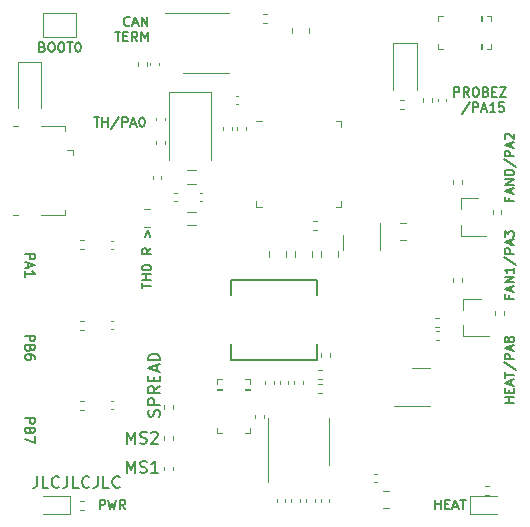
<source format=gbr>
%TF.GenerationSoftware,KiCad,Pcbnew,(6.0.2)*%
%TF.CreationDate,2022-03-22T21:07:05-04:00*%
%TF.ProjectId,turbocan,74757262-6f63-4616-9e2e-6b696361645f,rev?*%
%TF.SameCoordinates,Original*%
%TF.FileFunction,Legend,Top*%
%TF.FilePolarity,Positive*%
%FSLAX46Y46*%
G04 Gerber Fmt 4.6, Leading zero omitted, Abs format (unit mm)*
G04 Created by KiCad (PCBNEW (6.0.2)) date 2022-03-22 21:07:05*
%MOMM*%
%LPD*%
G01*
G04 APERTURE LIST*
%ADD10C,0.150000*%
%ADD11C,0.120000*%
%ADD12C,0.100000*%
%ADD13C,0.200000*%
G04 APERTURE END LIST*
D10*
X20669523Y-23056904D02*
X21126666Y-23056904D01*
X20898095Y-23856904D02*
X20898095Y-23056904D01*
X21393333Y-23856904D02*
X21393333Y-23056904D01*
X21393333Y-23437857D02*
X21850476Y-23437857D01*
X21850476Y-23856904D02*
X21850476Y-23056904D01*
X22802857Y-23018809D02*
X22117142Y-24047380D01*
X23069523Y-23856904D02*
X23069523Y-23056904D01*
X23374285Y-23056904D01*
X23450476Y-23095000D01*
X23488571Y-23133095D01*
X23526666Y-23209285D01*
X23526666Y-23323571D01*
X23488571Y-23399761D01*
X23450476Y-23437857D01*
X23374285Y-23475952D01*
X23069523Y-23475952D01*
X23831428Y-23628333D02*
X24212380Y-23628333D01*
X23755238Y-23856904D02*
X24021904Y-23056904D01*
X24288571Y-23856904D01*
X24707619Y-23056904D02*
X24783809Y-23056904D01*
X24860000Y-23095000D01*
X24898095Y-23133095D01*
X24936190Y-23209285D01*
X24974285Y-23361666D01*
X24974285Y-23552142D01*
X24936190Y-23704523D01*
X24898095Y-23780714D01*
X24860000Y-23818809D01*
X24783809Y-23856904D01*
X24707619Y-23856904D01*
X24631428Y-23818809D01*
X24593333Y-23780714D01*
X24555238Y-23704523D01*
X24517142Y-23552142D01*
X24517142Y-23361666D01*
X24555238Y-23209285D01*
X24593333Y-23133095D01*
X24631428Y-23095000D01*
X24707619Y-23056904D01*
X26210752Y-48392316D02*
X26258371Y-48249459D01*
X26258371Y-48011364D01*
X26210752Y-47916126D01*
X26163133Y-47868507D01*
X26067895Y-47820888D01*
X25972657Y-47820888D01*
X25877419Y-47868507D01*
X25829800Y-47916126D01*
X25782181Y-48011364D01*
X25734562Y-48201840D01*
X25686943Y-48297078D01*
X25639324Y-48344697D01*
X25544086Y-48392316D01*
X25448848Y-48392316D01*
X25353610Y-48344697D01*
X25305991Y-48297078D01*
X25258371Y-48201840D01*
X25258371Y-47963745D01*
X25305991Y-47820888D01*
X26258371Y-47392316D02*
X25258371Y-47392316D01*
X25258371Y-47011364D01*
X25305991Y-46916126D01*
X25353610Y-46868507D01*
X25448848Y-46820888D01*
X25591705Y-46820888D01*
X25686943Y-46868507D01*
X25734562Y-46916126D01*
X25782181Y-47011364D01*
X25782181Y-47392316D01*
X26258371Y-45820888D02*
X25782181Y-46154221D01*
X26258371Y-46392316D02*
X25258371Y-46392316D01*
X25258371Y-46011364D01*
X25305991Y-45916126D01*
X25353610Y-45868507D01*
X25448848Y-45820888D01*
X25591705Y-45820888D01*
X25686943Y-45868507D01*
X25734562Y-45916126D01*
X25782181Y-46011364D01*
X25782181Y-46392316D01*
X25734562Y-45392316D02*
X25734562Y-45058983D01*
X26258371Y-44916126D02*
X26258371Y-45392316D01*
X25258371Y-45392316D01*
X25258371Y-44916126D01*
X25972657Y-44535173D02*
X25972657Y-44058983D01*
X26258371Y-44630411D02*
X25258371Y-44297078D01*
X26258371Y-43963745D01*
X26258371Y-43630411D02*
X25258371Y-43630411D01*
X25258371Y-43392316D01*
X25305991Y-43249459D01*
X25401229Y-43154221D01*
X25496467Y-43106602D01*
X25686943Y-43058983D01*
X25829800Y-43058983D01*
X26020276Y-43106602D01*
X26115514Y-43154221D01*
X26210752Y-43249459D01*
X26258371Y-43392316D01*
X26258371Y-43630411D01*
X23479285Y-50670125D02*
X23479285Y-49670125D01*
X23812619Y-50384411D01*
X24145952Y-49670125D01*
X24145952Y-50670125D01*
X24574523Y-50622506D02*
X24717380Y-50670125D01*
X24955476Y-50670125D01*
X25050714Y-50622506D01*
X25098333Y-50574887D01*
X25145952Y-50479649D01*
X25145952Y-50384411D01*
X25098333Y-50289173D01*
X25050714Y-50241554D01*
X24955476Y-50193935D01*
X24765000Y-50146316D01*
X24669761Y-50098697D01*
X24622142Y-50051078D01*
X24574523Y-49955840D01*
X24574523Y-49860602D01*
X24622142Y-49765364D01*
X24669761Y-49717745D01*
X24765000Y-49670125D01*
X25003095Y-49670125D01*
X25145952Y-49717745D01*
X25526904Y-49765364D02*
X25574523Y-49717745D01*
X25669761Y-49670125D01*
X25907857Y-49670125D01*
X26003095Y-49717745D01*
X26050714Y-49765364D01*
X26098333Y-49860602D01*
X26098333Y-49955840D01*
X26050714Y-50098697D01*
X25479285Y-50670125D01*
X26098333Y-50670125D01*
X56241904Y-47230952D02*
X55441904Y-47230952D01*
X55822857Y-47230952D02*
X55822857Y-46773809D01*
X56241904Y-46773809D02*
X55441904Y-46773809D01*
X55822857Y-46392857D02*
X55822857Y-46126190D01*
X56241904Y-46011904D02*
X56241904Y-46392857D01*
X55441904Y-46392857D01*
X55441904Y-46011904D01*
X56013333Y-45707142D02*
X56013333Y-45326190D01*
X56241904Y-45783333D02*
X55441904Y-45516666D01*
X56241904Y-45250000D01*
X55441904Y-45097619D02*
X55441904Y-44640476D01*
X56241904Y-44869047D02*
X55441904Y-44869047D01*
X55403809Y-43802380D02*
X56432380Y-44488095D01*
X56241904Y-43535714D02*
X55441904Y-43535714D01*
X55441904Y-43230952D01*
X55480000Y-43154761D01*
X55518095Y-43116666D01*
X55594285Y-43078571D01*
X55708571Y-43078571D01*
X55784761Y-43116666D01*
X55822857Y-43154761D01*
X55860952Y-43230952D01*
X55860952Y-43535714D01*
X56013333Y-42773809D02*
X56013333Y-42392857D01*
X56241904Y-42850000D02*
X55441904Y-42583333D01*
X56241904Y-42316666D01*
X55784761Y-41935714D02*
X55746666Y-42011904D01*
X55708571Y-42050000D01*
X55632380Y-42088095D01*
X55594285Y-42088095D01*
X55518095Y-42050000D01*
X55480000Y-42011904D01*
X55441904Y-41935714D01*
X55441904Y-41783333D01*
X55480000Y-41707142D01*
X55518095Y-41669047D01*
X55594285Y-41630952D01*
X55632380Y-41630952D01*
X55708571Y-41669047D01*
X55746666Y-41707142D01*
X55784761Y-41783333D01*
X55784761Y-41935714D01*
X55822857Y-42011904D01*
X55860952Y-42050000D01*
X55937142Y-42088095D01*
X56089523Y-42088095D01*
X56165714Y-42050000D01*
X56203809Y-42011904D01*
X56241904Y-41935714D01*
X56241904Y-41783333D01*
X56203809Y-41707142D01*
X56165714Y-41669047D01*
X56089523Y-41630952D01*
X55937142Y-41630952D01*
X55860952Y-41669047D01*
X55822857Y-41707142D01*
X55784761Y-41783333D01*
X14878095Y-34626666D02*
X15678095Y-34626666D01*
X15678095Y-34931428D01*
X15640000Y-35007619D01*
X15601904Y-35045714D01*
X15525714Y-35083809D01*
X15411428Y-35083809D01*
X15335238Y-35045714D01*
X15297142Y-35007619D01*
X15259047Y-34931428D01*
X15259047Y-34626666D01*
X15106666Y-35388571D02*
X15106666Y-35769523D01*
X14878095Y-35312380D02*
X15678095Y-35579047D01*
X14878095Y-35845714D01*
X14878095Y-36531428D02*
X14878095Y-36074285D01*
X14878095Y-36302857D02*
X15678095Y-36302857D01*
X15563809Y-36226666D01*
X15487619Y-36150476D01*
X15449523Y-36074285D01*
X23690476Y-15241714D02*
X23652380Y-15279809D01*
X23538095Y-15317904D01*
X23461904Y-15317904D01*
X23347619Y-15279809D01*
X23271428Y-15203619D01*
X23233333Y-15127428D01*
X23195238Y-14975047D01*
X23195238Y-14860761D01*
X23233333Y-14708380D01*
X23271428Y-14632190D01*
X23347619Y-14556000D01*
X23461904Y-14517904D01*
X23538095Y-14517904D01*
X23652380Y-14556000D01*
X23690476Y-14594095D01*
X23995238Y-15089333D02*
X24376190Y-15089333D01*
X23919047Y-15317904D02*
X24185714Y-14517904D01*
X24452380Y-15317904D01*
X24719047Y-15317904D02*
X24719047Y-14517904D01*
X25176190Y-15317904D01*
X25176190Y-14517904D01*
X22452380Y-15805904D02*
X22909523Y-15805904D01*
X22680952Y-16605904D02*
X22680952Y-15805904D01*
X23176190Y-16186857D02*
X23442857Y-16186857D01*
X23557142Y-16605904D02*
X23176190Y-16605904D01*
X23176190Y-15805904D01*
X23557142Y-15805904D01*
X24357142Y-16605904D02*
X24090476Y-16224952D01*
X23900000Y-16605904D02*
X23900000Y-15805904D01*
X24204761Y-15805904D01*
X24280952Y-15844000D01*
X24319047Y-15882095D01*
X24357142Y-15958285D01*
X24357142Y-16072571D01*
X24319047Y-16148761D01*
X24280952Y-16186857D01*
X24204761Y-16224952D01*
X23900000Y-16224952D01*
X24700000Y-16605904D02*
X24700000Y-15805904D01*
X24966666Y-16377333D01*
X25233333Y-15805904D01*
X25233333Y-16605904D01*
X55822857Y-29876428D02*
X55822857Y-30143095D01*
X56241904Y-30143095D02*
X55441904Y-30143095D01*
X55441904Y-29762142D01*
X56013333Y-29495476D02*
X56013333Y-29114523D01*
X56241904Y-29571666D02*
X55441904Y-29305000D01*
X56241904Y-29038333D01*
X56241904Y-28771666D02*
X55441904Y-28771666D01*
X56241904Y-28314523D01*
X55441904Y-28314523D01*
X55441904Y-27781190D02*
X55441904Y-27705000D01*
X55480000Y-27628809D01*
X55518095Y-27590714D01*
X55594285Y-27552619D01*
X55746666Y-27514523D01*
X55937142Y-27514523D01*
X56089523Y-27552619D01*
X56165714Y-27590714D01*
X56203809Y-27628809D01*
X56241904Y-27705000D01*
X56241904Y-27781190D01*
X56203809Y-27857380D01*
X56165714Y-27895476D01*
X56089523Y-27933571D01*
X55937142Y-27971666D01*
X55746666Y-27971666D01*
X55594285Y-27933571D01*
X55518095Y-27895476D01*
X55480000Y-27857380D01*
X55441904Y-27781190D01*
X55403809Y-26600238D02*
X56432380Y-27285952D01*
X56241904Y-26333571D02*
X55441904Y-26333571D01*
X55441904Y-26028809D01*
X55480000Y-25952619D01*
X55518095Y-25914523D01*
X55594285Y-25876428D01*
X55708571Y-25876428D01*
X55784761Y-25914523D01*
X55822857Y-25952619D01*
X55860952Y-26028809D01*
X55860952Y-26333571D01*
X56013333Y-25571666D02*
X56013333Y-25190714D01*
X56241904Y-25647857D02*
X55441904Y-25381190D01*
X56241904Y-25114523D01*
X55518095Y-24885952D02*
X55480000Y-24847857D01*
X55441904Y-24771666D01*
X55441904Y-24581190D01*
X55480000Y-24505000D01*
X55518095Y-24466904D01*
X55594285Y-24428809D01*
X55670476Y-24428809D01*
X55784761Y-24466904D01*
X56241904Y-24924047D01*
X56241904Y-24428809D01*
X55822857Y-38131428D02*
X55822857Y-38398095D01*
X56241904Y-38398095D02*
X55441904Y-38398095D01*
X55441904Y-38017142D01*
X56013333Y-37750476D02*
X56013333Y-37369523D01*
X56241904Y-37826666D02*
X55441904Y-37560000D01*
X56241904Y-37293333D01*
X56241904Y-37026666D02*
X55441904Y-37026666D01*
X56241904Y-36569523D01*
X55441904Y-36569523D01*
X56241904Y-35769523D02*
X56241904Y-36226666D01*
X56241904Y-35998095D02*
X55441904Y-35998095D01*
X55556190Y-36074285D01*
X55632380Y-36150476D01*
X55670476Y-36226666D01*
X55403809Y-34855238D02*
X56432380Y-35540952D01*
X56241904Y-34588571D02*
X55441904Y-34588571D01*
X55441904Y-34283809D01*
X55480000Y-34207619D01*
X55518095Y-34169523D01*
X55594285Y-34131428D01*
X55708571Y-34131428D01*
X55784761Y-34169523D01*
X55822857Y-34207619D01*
X55860952Y-34283809D01*
X55860952Y-34588571D01*
X56013333Y-33826666D02*
X56013333Y-33445714D01*
X56241904Y-33902857D02*
X55441904Y-33636190D01*
X56241904Y-33369523D01*
X55441904Y-33179047D02*
X55441904Y-32683809D01*
X55746666Y-32950476D01*
X55746666Y-32836190D01*
X55784761Y-32760000D01*
X55822857Y-32721904D01*
X55899047Y-32683809D01*
X56089523Y-32683809D01*
X56165714Y-32721904D01*
X56203809Y-32760000D01*
X56241904Y-32836190D01*
X56241904Y-33064761D01*
X56203809Y-33140952D01*
X56165714Y-33179047D01*
X49561904Y-56241904D02*
X49561904Y-55441904D01*
X49561904Y-55822857D02*
X50019047Y-55822857D01*
X50019047Y-56241904D02*
X50019047Y-55441904D01*
X50400000Y-55822857D02*
X50666666Y-55822857D01*
X50780952Y-56241904D02*
X50400000Y-56241904D01*
X50400000Y-55441904D01*
X50780952Y-55441904D01*
X51085714Y-56013333D02*
X51466666Y-56013333D01*
X51009523Y-56241904D02*
X51276190Y-55441904D01*
X51542857Y-56241904D01*
X51695238Y-55441904D02*
X52152380Y-55441904D01*
X51923809Y-56241904D02*
X51923809Y-55441904D01*
X15861309Y-53427380D02*
X15861309Y-54141666D01*
X15813690Y-54284523D01*
X15718452Y-54379761D01*
X15575595Y-54427380D01*
X15480357Y-54427380D01*
X16813690Y-54427380D02*
X16337500Y-54427380D01*
X16337500Y-53427380D01*
X17718452Y-54332142D02*
X17670833Y-54379761D01*
X17527976Y-54427380D01*
X17432738Y-54427380D01*
X17289880Y-54379761D01*
X17194642Y-54284523D01*
X17147023Y-54189285D01*
X17099404Y-53998809D01*
X17099404Y-53855952D01*
X17147023Y-53665476D01*
X17194642Y-53570238D01*
X17289880Y-53475000D01*
X17432738Y-53427380D01*
X17527976Y-53427380D01*
X17670833Y-53475000D01*
X17718452Y-53522619D01*
X18432738Y-53427380D02*
X18432738Y-54141666D01*
X18385119Y-54284523D01*
X18289880Y-54379761D01*
X18147023Y-54427380D01*
X18051785Y-54427380D01*
X19385119Y-54427380D02*
X18908928Y-54427380D01*
X18908928Y-53427380D01*
X20289880Y-54332142D02*
X20242261Y-54379761D01*
X20099404Y-54427380D01*
X20004166Y-54427380D01*
X19861309Y-54379761D01*
X19766071Y-54284523D01*
X19718452Y-54189285D01*
X19670833Y-53998809D01*
X19670833Y-53855952D01*
X19718452Y-53665476D01*
X19766071Y-53570238D01*
X19861309Y-53475000D01*
X20004166Y-53427380D01*
X20099404Y-53427380D01*
X20242261Y-53475000D01*
X20289880Y-53522619D01*
X21004166Y-53427380D02*
X21004166Y-54141666D01*
X20956547Y-54284523D01*
X20861309Y-54379761D01*
X20718452Y-54427380D01*
X20623214Y-54427380D01*
X21956547Y-54427380D02*
X21480357Y-54427380D01*
X21480357Y-53427380D01*
X22861309Y-54332142D02*
X22813690Y-54379761D01*
X22670833Y-54427380D01*
X22575595Y-54427380D01*
X22432738Y-54379761D01*
X22337500Y-54284523D01*
X22289880Y-54189285D01*
X22242261Y-53998809D01*
X22242261Y-53855952D01*
X22289880Y-53665476D01*
X22337500Y-53570238D01*
X22432738Y-53475000D01*
X22575595Y-53427380D01*
X22670833Y-53427380D01*
X22813690Y-53475000D01*
X22861309Y-53522619D01*
X16313333Y-17087857D02*
X16427619Y-17125952D01*
X16465714Y-17164047D01*
X16503809Y-17240238D01*
X16503809Y-17354523D01*
X16465714Y-17430714D01*
X16427619Y-17468809D01*
X16351428Y-17506904D01*
X16046666Y-17506904D01*
X16046666Y-16706904D01*
X16313333Y-16706904D01*
X16389523Y-16745000D01*
X16427619Y-16783095D01*
X16465714Y-16859285D01*
X16465714Y-16935476D01*
X16427619Y-17011666D01*
X16389523Y-17049761D01*
X16313333Y-17087857D01*
X16046666Y-17087857D01*
X16999047Y-16706904D02*
X17151428Y-16706904D01*
X17227619Y-16745000D01*
X17303809Y-16821190D01*
X17341904Y-16973571D01*
X17341904Y-17240238D01*
X17303809Y-17392619D01*
X17227619Y-17468809D01*
X17151428Y-17506904D01*
X16999047Y-17506904D01*
X16922857Y-17468809D01*
X16846666Y-17392619D01*
X16808571Y-17240238D01*
X16808571Y-16973571D01*
X16846666Y-16821190D01*
X16922857Y-16745000D01*
X16999047Y-16706904D01*
X17837142Y-16706904D02*
X17989523Y-16706904D01*
X18065714Y-16745000D01*
X18141904Y-16821190D01*
X18180000Y-16973571D01*
X18180000Y-17240238D01*
X18141904Y-17392619D01*
X18065714Y-17468809D01*
X17989523Y-17506904D01*
X17837142Y-17506904D01*
X17760952Y-17468809D01*
X17684761Y-17392619D01*
X17646666Y-17240238D01*
X17646666Y-16973571D01*
X17684761Y-16821190D01*
X17760952Y-16745000D01*
X17837142Y-16706904D01*
X18408571Y-16706904D02*
X18865714Y-16706904D01*
X18637142Y-17506904D02*
X18637142Y-16706904D01*
X19284761Y-16706904D02*
X19360952Y-16706904D01*
X19437142Y-16745000D01*
X19475238Y-16783095D01*
X19513333Y-16859285D01*
X19551428Y-17011666D01*
X19551428Y-17202142D01*
X19513333Y-17354523D01*
X19475238Y-17430714D01*
X19437142Y-17468809D01*
X19360952Y-17506904D01*
X19284761Y-17506904D01*
X19208571Y-17468809D01*
X19170476Y-17430714D01*
X19132380Y-17354523D01*
X19094285Y-17202142D01*
X19094285Y-17011666D01*
X19132380Y-16859285D01*
X19170476Y-16783095D01*
X19208571Y-16745000D01*
X19284761Y-16706904D01*
X21158333Y-56241904D02*
X21158333Y-55441904D01*
X21463095Y-55441904D01*
X21539285Y-55480000D01*
X21577380Y-55518095D01*
X21615476Y-55594285D01*
X21615476Y-55708571D01*
X21577380Y-55784761D01*
X21539285Y-55822857D01*
X21463095Y-55860952D01*
X21158333Y-55860952D01*
X21882142Y-55441904D02*
X22072619Y-56241904D01*
X22225000Y-55670476D01*
X22377380Y-56241904D01*
X22567857Y-55441904D01*
X23329761Y-56241904D02*
X23063095Y-55860952D01*
X22872619Y-56241904D02*
X22872619Y-55441904D01*
X23177380Y-55441904D01*
X23253571Y-55480000D01*
X23291666Y-55518095D01*
X23329761Y-55594285D01*
X23329761Y-55708571D01*
X23291666Y-55784761D01*
X23253571Y-55822857D01*
X23177380Y-55860952D01*
X22872619Y-55860952D01*
X14878095Y-41554523D02*
X15678095Y-41554523D01*
X15678095Y-41859285D01*
X15640000Y-41935476D01*
X15601904Y-41973571D01*
X15525714Y-42011666D01*
X15411428Y-42011666D01*
X15335238Y-41973571D01*
X15297142Y-41935476D01*
X15259047Y-41859285D01*
X15259047Y-41554523D01*
X15297142Y-42621190D02*
X15259047Y-42735476D01*
X15220952Y-42773571D01*
X15144761Y-42811666D01*
X15030476Y-42811666D01*
X14954285Y-42773571D01*
X14916190Y-42735476D01*
X14878095Y-42659285D01*
X14878095Y-42354523D01*
X15678095Y-42354523D01*
X15678095Y-42621190D01*
X15640000Y-42697380D01*
X15601904Y-42735476D01*
X15525714Y-42773571D01*
X15449523Y-42773571D01*
X15373333Y-42735476D01*
X15335238Y-42697380D01*
X15297142Y-42621190D01*
X15297142Y-42354523D01*
X15678095Y-43497380D02*
X15678095Y-43345000D01*
X15640000Y-43268809D01*
X15601904Y-43230714D01*
X15487619Y-43154523D01*
X15335238Y-43116428D01*
X15030476Y-43116428D01*
X14954285Y-43154523D01*
X14916190Y-43192619D01*
X14878095Y-43268809D01*
X14878095Y-43421190D01*
X14916190Y-43497380D01*
X14954285Y-43535476D01*
X15030476Y-43573571D01*
X15220952Y-43573571D01*
X15297142Y-43535476D01*
X15335238Y-43497380D01*
X15373333Y-43421190D01*
X15373333Y-43268809D01*
X15335238Y-43192619D01*
X15297142Y-43154523D01*
X15220952Y-43116428D01*
X24737871Y-37538159D02*
X24737871Y-37081016D01*
X25537871Y-37309587D02*
X24737871Y-37309587D01*
X25537871Y-36814349D02*
X24737871Y-36814349D01*
X25118824Y-36814349D02*
X25118824Y-36357206D01*
X25537871Y-36357206D02*
X24737871Y-36357206D01*
X24737871Y-35823873D02*
X24737871Y-35747682D01*
X24775967Y-35671492D01*
X24814062Y-35633397D01*
X24890252Y-35595302D01*
X25042633Y-35557206D01*
X25233109Y-35557206D01*
X25385490Y-35595302D01*
X25461681Y-35633397D01*
X25499776Y-35671492D01*
X25537871Y-35747682D01*
X25537871Y-35823873D01*
X25499776Y-35900063D01*
X25461681Y-35938159D01*
X25385490Y-35976254D01*
X25233109Y-36014349D01*
X25042633Y-36014349D01*
X24890252Y-35976254D01*
X24814062Y-35938159D01*
X24775967Y-35900063D01*
X24737871Y-35823873D01*
X25537871Y-34147682D02*
X25156919Y-34414349D01*
X25537871Y-34604825D02*
X24737871Y-34604825D01*
X24737871Y-34300063D01*
X24775967Y-34223873D01*
X24814062Y-34185778D01*
X24890252Y-34147682D01*
X25004538Y-34147682D01*
X25080728Y-34185778D01*
X25118824Y-34223873D01*
X25156919Y-34300063D01*
X25156919Y-34604825D01*
X25004538Y-33195302D02*
X25233109Y-32585778D01*
X25461681Y-33195302D01*
X23479285Y-53157380D02*
X23479285Y-52157380D01*
X23812619Y-52871666D01*
X24145952Y-52157380D01*
X24145952Y-53157380D01*
X24574523Y-53109761D02*
X24717380Y-53157380D01*
X24955476Y-53157380D01*
X25050714Y-53109761D01*
X25098333Y-53062142D01*
X25145952Y-52966904D01*
X25145952Y-52871666D01*
X25098333Y-52776428D01*
X25050714Y-52728809D01*
X24955476Y-52681190D01*
X24765000Y-52633571D01*
X24669761Y-52585952D01*
X24622142Y-52538333D01*
X24574523Y-52443095D01*
X24574523Y-52347857D01*
X24622142Y-52252619D01*
X24669761Y-52205000D01*
X24765000Y-52157380D01*
X25003095Y-52157380D01*
X25145952Y-52205000D01*
X26098333Y-53157380D02*
X25526904Y-53157380D01*
X25812619Y-53157380D02*
X25812619Y-52157380D01*
X25717380Y-52300238D01*
X25622142Y-52395476D01*
X25526904Y-52443095D01*
X51168571Y-21307904D02*
X51168571Y-20507904D01*
X51473333Y-20507904D01*
X51549523Y-20546000D01*
X51587619Y-20584095D01*
X51625714Y-20660285D01*
X51625714Y-20774571D01*
X51587619Y-20850761D01*
X51549523Y-20888857D01*
X51473333Y-20926952D01*
X51168571Y-20926952D01*
X52425714Y-21307904D02*
X52159047Y-20926952D01*
X51968571Y-21307904D02*
X51968571Y-20507904D01*
X52273333Y-20507904D01*
X52349523Y-20546000D01*
X52387619Y-20584095D01*
X52425714Y-20660285D01*
X52425714Y-20774571D01*
X52387619Y-20850761D01*
X52349523Y-20888857D01*
X52273333Y-20926952D01*
X51968571Y-20926952D01*
X52920952Y-20507904D02*
X53073333Y-20507904D01*
X53149523Y-20546000D01*
X53225714Y-20622190D01*
X53263809Y-20774571D01*
X53263809Y-21041238D01*
X53225714Y-21193619D01*
X53149523Y-21269809D01*
X53073333Y-21307904D01*
X52920952Y-21307904D01*
X52844761Y-21269809D01*
X52768571Y-21193619D01*
X52730476Y-21041238D01*
X52730476Y-20774571D01*
X52768571Y-20622190D01*
X52844761Y-20546000D01*
X52920952Y-20507904D01*
X53873333Y-20888857D02*
X53987619Y-20926952D01*
X54025714Y-20965047D01*
X54063809Y-21041238D01*
X54063809Y-21155523D01*
X54025714Y-21231714D01*
X53987619Y-21269809D01*
X53911428Y-21307904D01*
X53606666Y-21307904D01*
X53606666Y-20507904D01*
X53873333Y-20507904D01*
X53949523Y-20546000D01*
X53987619Y-20584095D01*
X54025714Y-20660285D01*
X54025714Y-20736476D01*
X53987619Y-20812666D01*
X53949523Y-20850761D01*
X53873333Y-20888857D01*
X53606666Y-20888857D01*
X54406666Y-20888857D02*
X54673333Y-20888857D01*
X54787619Y-21307904D02*
X54406666Y-21307904D01*
X54406666Y-20507904D01*
X54787619Y-20507904D01*
X55054285Y-20507904D02*
X55587619Y-20507904D01*
X55054285Y-21307904D01*
X55587619Y-21307904D01*
X52482857Y-21757809D02*
X51797142Y-22786380D01*
X52749523Y-22595904D02*
X52749523Y-21795904D01*
X53054285Y-21795904D01*
X53130476Y-21834000D01*
X53168571Y-21872095D01*
X53206666Y-21948285D01*
X53206666Y-22062571D01*
X53168571Y-22138761D01*
X53130476Y-22176857D01*
X53054285Y-22214952D01*
X52749523Y-22214952D01*
X53511428Y-22367333D02*
X53892380Y-22367333D01*
X53435238Y-22595904D02*
X53701904Y-21795904D01*
X53968571Y-22595904D01*
X54654285Y-22595904D02*
X54197142Y-22595904D01*
X54425714Y-22595904D02*
X54425714Y-21795904D01*
X54349523Y-21910190D01*
X54273333Y-21986380D01*
X54197142Y-22024476D01*
X55378095Y-21795904D02*
X54997142Y-21795904D01*
X54959047Y-22176857D01*
X54997142Y-22138761D01*
X55073333Y-22100666D01*
X55263809Y-22100666D01*
X55340000Y-22138761D01*
X55378095Y-22176857D01*
X55416190Y-22253047D01*
X55416190Y-22443523D01*
X55378095Y-22519714D01*
X55340000Y-22557809D01*
X55263809Y-22595904D01*
X55073333Y-22595904D01*
X54997142Y-22557809D01*
X54959047Y-22519714D01*
X14878095Y-48539523D02*
X15678095Y-48539523D01*
X15678095Y-48844285D01*
X15640000Y-48920476D01*
X15601904Y-48958571D01*
X15525714Y-48996666D01*
X15411428Y-48996666D01*
X15335238Y-48958571D01*
X15297142Y-48920476D01*
X15259047Y-48844285D01*
X15259047Y-48539523D01*
X15297142Y-49606190D02*
X15259047Y-49720476D01*
X15220952Y-49758571D01*
X15144761Y-49796666D01*
X15030476Y-49796666D01*
X14954285Y-49758571D01*
X14916190Y-49720476D01*
X14878095Y-49644285D01*
X14878095Y-49339523D01*
X15678095Y-49339523D01*
X15678095Y-49606190D01*
X15640000Y-49682380D01*
X15601904Y-49720476D01*
X15525714Y-49758571D01*
X15449523Y-49758571D01*
X15373333Y-49720476D01*
X15335238Y-49682380D01*
X15297142Y-49606190D01*
X15297142Y-49339523D01*
X15678095Y-50063333D02*
X15678095Y-50596666D01*
X14878095Y-50253809D01*
D11*
%TO.C,C2*%
X44627836Y-53240000D02*
X44412164Y-53240000D01*
X44627836Y-53960000D02*
X44412164Y-53960000D01*
%TO.C,C3*%
X25455802Y-18422435D02*
X25455802Y-18638107D01*
X26175802Y-18422435D02*
X26175802Y-18638107D01*
%TO.C,C4*%
X36860000Y-55372164D02*
X36860000Y-55587836D01*
X36140000Y-55372164D02*
X36140000Y-55587836D01*
%TO.C,C5*%
X45138748Y-54665000D02*
X45661252Y-54665000D01*
X45138748Y-56135000D02*
X45661252Y-56135000D01*
%TO.C,C6*%
X40610000Y-55392164D02*
X40610000Y-55607836D01*
X39890000Y-55392164D02*
X39890000Y-55607836D01*
%TO.C,C7*%
X38360000Y-45392164D02*
X38360000Y-45607836D01*
X37640000Y-45392164D02*
X37640000Y-45607836D01*
%TO.C,C8*%
X37110000Y-45392164D02*
X37110000Y-45607836D01*
X36390000Y-45392164D02*
X36390000Y-45607836D01*
%TO.C,C9*%
X34340000Y-48292164D02*
X34340000Y-48507836D01*
X35060000Y-48292164D02*
X35060000Y-48507836D01*
%TO.C,C13*%
X36935000Y-34861252D02*
X36935000Y-34338748D01*
X35465000Y-34861252D02*
X35465000Y-34338748D01*
%TO.C,C14*%
X37665000Y-34861252D02*
X37665000Y-34338748D01*
X39135000Y-34861252D02*
X39135000Y-34338748D01*
%TO.C,C15*%
X39865000Y-34861252D02*
X39865000Y-34338748D01*
X41335000Y-34861252D02*
X41335000Y-34338748D01*
%TO.C,C16*%
X26660000Y-23092164D02*
X26660000Y-23307836D01*
X25940000Y-23092164D02*
X25940000Y-23307836D01*
%TO.C,C17*%
X31640000Y-24107836D02*
X31640000Y-23892164D01*
X32360000Y-24107836D02*
X32360000Y-23892164D01*
%TO.C,C18*%
X25940000Y-25307836D02*
X25940000Y-25092164D01*
X26660000Y-25307836D02*
X26660000Y-25092164D01*
%TO.C,C19*%
X29857836Y-30160000D02*
X29642164Y-30160000D01*
X29857836Y-29440000D02*
X29642164Y-29440000D01*
D12*
%TO.C,D2*%
X53433980Y-17274540D02*
X53510180Y-17274540D01*
X53510180Y-16809720D02*
X53433980Y-16809720D01*
X54320000Y-17275000D02*
X53920000Y-17275000D01*
X49820000Y-17275000D02*
X49820000Y-16875000D01*
X49820000Y-14475000D02*
X50220000Y-14475000D01*
X53510180Y-14932660D02*
X53433980Y-14932660D01*
X54320000Y-17275000D02*
X54320000Y-16875000D01*
X53510180Y-17274540D02*
X53510180Y-16809720D01*
X54320000Y-14475000D02*
X54320000Y-14875000D01*
X53510180Y-14472920D02*
X53510180Y-14932660D01*
X53433980Y-14932660D02*
X53433980Y-14472920D01*
X49820000Y-17275000D02*
X50220000Y-17275000D01*
X49820000Y-14475000D02*
X49820000Y-14875000D01*
X53433980Y-16809720D02*
X53433980Y-17274540D01*
X53433980Y-14472920D02*
X53510180Y-14472920D01*
X54320000Y-14475000D02*
X53920000Y-14475000D01*
%TO.C,D3*%
X31557660Y-46059820D02*
X31557660Y-46136020D01*
X31100000Y-49750000D02*
X31100000Y-49350000D01*
X31557660Y-46136020D02*
X31097920Y-46136020D01*
X33900000Y-45250000D02*
X33900000Y-45650000D01*
X33899540Y-46136020D02*
X33899540Y-46059820D01*
X33900000Y-49750000D02*
X33900000Y-49350000D01*
X31100000Y-45250000D02*
X31100000Y-45650000D01*
X33899540Y-46059820D02*
X33434720Y-46059820D01*
X31100000Y-49750000D02*
X31500000Y-49750000D01*
X33434720Y-46059820D02*
X33434720Y-46136020D01*
X33900000Y-45250000D02*
X33500000Y-45250000D01*
X31100000Y-45250000D02*
X31500000Y-45250000D01*
X31097920Y-46136020D02*
X31097920Y-46059820D01*
X33900000Y-49750000D02*
X33500000Y-49750000D01*
X33434720Y-46136020D02*
X33899540Y-46136020D01*
X31097920Y-46059820D02*
X31557660Y-46059820D01*
D13*
%TO.C,L1*%
X32280500Y-38084500D02*
X32280500Y-36784500D01*
X39580500Y-42284500D02*
X39580500Y-43584500D01*
X32280500Y-43584500D02*
X32280500Y-42284500D01*
X39580500Y-36784500D02*
X39580500Y-38084500D01*
X32280500Y-36784500D02*
X39580500Y-36784500D01*
X39580500Y-43584500D02*
X32280500Y-43584500D01*
D11*
%TO.C,L2*%
X29349622Y-31040000D02*
X28550378Y-31040000D01*
X29349622Y-32160000D02*
X28550378Y-32160000D01*
%TO.C,R3*%
X34982000Y-15053323D02*
X35289282Y-15053323D01*
X34982000Y-14293323D02*
X35289282Y-14293323D01*
%TO.C,R4*%
X37370000Y-55653641D02*
X37370000Y-55346359D01*
X38130000Y-55653641D02*
X38130000Y-55346359D01*
%TO.C,R5*%
X39380000Y-55346359D02*
X39380000Y-55653641D01*
X38620000Y-55346359D02*
X38620000Y-55653641D01*
%TO.C,R6*%
X35880000Y-45643641D02*
X35880000Y-45336359D01*
X35120000Y-45643641D02*
X35120000Y-45336359D01*
%TO.C,R10*%
X39646359Y-45620000D02*
X39953641Y-45620000D01*
X39646359Y-46380000D02*
X39953641Y-46380000D01*
%TO.C,R11*%
X39953641Y-44420000D02*
X39646359Y-44420000D01*
X39953641Y-45180000D02*
X39646359Y-45180000D01*
%TO.C,R15*%
X54613423Y-39769435D02*
X54613423Y-39462153D01*
X55373423Y-39769435D02*
X55373423Y-39462153D01*
%TO.C,R16*%
X49602675Y-41107542D02*
X49909957Y-41107542D01*
X49602675Y-41867542D02*
X49909957Y-41867542D01*
%TO.C,R17*%
X51870000Y-28356359D02*
X51870000Y-28663641D01*
X51110000Y-28356359D02*
X51110000Y-28663641D01*
%TO.C,R18*%
X51815000Y-36676359D02*
X51815000Y-36983641D01*
X51055000Y-36676359D02*
X51055000Y-36983641D01*
%TO.C,R19*%
X49899898Y-40791282D02*
X49592616Y-40791282D01*
X49899898Y-40031282D02*
X49592616Y-40031282D01*
%TO.C,R20*%
X32820000Y-23846359D02*
X32820000Y-24153641D01*
X33580000Y-23846359D02*
X33580000Y-24153641D01*
%TO.C,R21*%
X24368532Y-18384864D02*
X24368532Y-18692146D01*
X25128532Y-18384864D02*
X25128532Y-18692146D01*
%TO.C,R22*%
X39246359Y-32580000D02*
X39553641Y-32580000D01*
X39246359Y-31820000D02*
X39553641Y-31820000D01*
%TO.C,U3*%
X30178547Y-14205518D02*
X32128547Y-14205518D01*
X30178547Y-19325518D02*
X32128547Y-19325518D01*
X30178547Y-19325518D02*
X28228547Y-19325518D01*
X30178547Y-14205518D02*
X26728547Y-14205518D01*
%TO.C,U5*%
X51740000Y-33080000D02*
X51740000Y-32150000D01*
X51740000Y-29920000D02*
X53200000Y-29920000D01*
X51740000Y-33080000D02*
X53900000Y-33080000D01*
X51740000Y-29920000D02*
X51740000Y-30850000D01*
%TO.C,U6*%
X51945000Y-41585000D02*
X54105000Y-41585000D01*
X51945000Y-38425000D02*
X51945000Y-39355000D01*
X51945000Y-41585000D02*
X51945000Y-40655000D01*
X51945000Y-38425000D02*
X53405000Y-38425000D01*
%TO.C,U8*%
X41135000Y-23390000D02*
X41610000Y-23390000D01*
X41610000Y-30610000D02*
X41610000Y-30135000D01*
X34865000Y-23390000D02*
X34390000Y-23390000D01*
X41135000Y-30610000D02*
X41610000Y-30610000D01*
X34865000Y-30610000D02*
X34390000Y-30610000D01*
X34390000Y-30610000D02*
X34390000Y-30135000D01*
X41610000Y-23390000D02*
X41610000Y-23865000D01*
%TO.C,Y1*%
X27000000Y-20900000D02*
X27000000Y-26650000D01*
X30600000Y-20900000D02*
X27000000Y-20900000D01*
X30600000Y-26650000D02*
X30600000Y-20900000D01*
%TO.C,R14*%
X54421054Y-31247833D02*
X54421054Y-30940551D01*
X55181054Y-31247833D02*
X55181054Y-30940551D01*
%TO.C,R25*%
X40680000Y-43353641D02*
X40680000Y-43046359D01*
X39920000Y-43353641D02*
X39920000Y-43046359D01*
%TO.C,R26*%
X37406513Y-15928130D02*
X37406513Y-15474002D01*
X38876513Y-15928130D02*
X38876513Y-15474002D01*
%TO.C,C22*%
X32692164Y-21230000D02*
X32907836Y-21230000D01*
X32692164Y-21950000D02*
X32907836Y-21950000D01*
%TO.C,C23*%
X27707836Y-30160000D02*
X27492164Y-30160000D01*
X27707836Y-29440000D02*
X27492164Y-29440000D01*
%TO.C,L3*%
X29349622Y-27540000D02*
X28550378Y-27540000D01*
X29349622Y-28660000D02*
X28550378Y-28660000D01*
%TO.C,R29*%
X26620000Y-52646359D02*
X26620000Y-52953641D01*
X27380000Y-52646359D02*
X27380000Y-52953641D01*
%TO.C,R30*%
X27380000Y-50046359D02*
X27380000Y-50353641D01*
X26620000Y-50046359D02*
X26620000Y-50353641D01*
%TO.C,R31*%
X26620000Y-47446359D02*
X26620000Y-47753641D01*
X27380000Y-47446359D02*
X27380000Y-47753641D01*
%TO.C,U4*%
X35440000Y-50500000D02*
X35440000Y-48550000D01*
X40560000Y-50500000D02*
X40560000Y-52450000D01*
X35440000Y-50500000D02*
X35440000Y-53950000D01*
X40560000Y-50500000D02*
X40560000Y-48550000D01*
%TO.C,JP1*%
X19180000Y-16240000D02*
X16380000Y-16240000D01*
X16380000Y-16240000D02*
X16380000Y-14240000D01*
X19180000Y-14240000D02*
X19180000Y-16240000D01*
X16380000Y-14240000D02*
X19180000Y-14240000D01*
%TO.C,R9*%
X25403031Y-32297802D02*
X24948903Y-32297802D01*
X25403031Y-30827802D02*
X24948903Y-30827802D01*
%TO.C,R24*%
X19531359Y-55500000D02*
X19838641Y-55500000D01*
X19531359Y-56260000D02*
X19838641Y-56260000D01*
%TO.C,C10*%
X22097164Y-41000000D02*
X22312836Y-41000000D01*
X22097164Y-40280000D02*
X22312836Y-40280000D01*
%TO.C,C20*%
X49805000Y-21482164D02*
X49805000Y-21697836D01*
X50525000Y-21482164D02*
X50525000Y-21697836D01*
%TO.C,R23*%
X53821359Y-54230000D02*
X54128641Y-54230000D01*
X53821359Y-54990000D02*
X54128641Y-54990000D01*
%TO.C,R7*%
X19511359Y-40260000D02*
X19818641Y-40260000D01*
X19511359Y-41020000D02*
X19818641Y-41020000D01*
%TO.C,C11*%
X22110859Y-47054402D02*
X22326531Y-47054402D01*
X22110859Y-47774402D02*
X22326531Y-47774402D01*
%TO.C,D5*%
X52490000Y-55145000D02*
X52490000Y-56615000D01*
X52490000Y-56615000D02*
X54775000Y-56615000D01*
X54775000Y-55145000D02*
X52490000Y-55145000D01*
%TO.C,D6*%
X18630000Y-56615000D02*
X18630000Y-55145000D01*
X16345000Y-56615000D02*
X18630000Y-56615000D01*
X18630000Y-55145000D02*
X16345000Y-55145000D01*
%TO.C,C1*%
X47080451Y-31986479D02*
X46557947Y-31986479D01*
X47080451Y-33456479D02*
X46557947Y-33456479D01*
%TO.C,C12*%
X26375000Y-28037164D02*
X26375000Y-28252836D01*
X25655000Y-28037164D02*
X25655000Y-28252836D01*
%TO.C,R2*%
X19511359Y-34240000D02*
X19818641Y-34240000D01*
X19511359Y-33480000D02*
X19818641Y-33480000D01*
%TO.C,C24*%
X22097164Y-34220000D02*
X22312836Y-34220000D01*
X22097164Y-33500000D02*
X22312836Y-33500000D01*
%TO.C,J1*%
X13850000Y-23815000D02*
X14250000Y-23815000D01*
X18200000Y-31335000D02*
X18200000Y-30915000D01*
X18200000Y-23815000D02*
X18200000Y-24235000D01*
X16220000Y-31335000D02*
X18200000Y-31335000D01*
X14250000Y-31335000D02*
X13850000Y-31335000D01*
X16220000Y-23815000D02*
X18200000Y-23815000D01*
X18880000Y-26265000D02*
X18880000Y-25815000D01*
X18430000Y-25815000D02*
X18880000Y-25815000D01*
%TO.C,R27*%
X49275000Y-21743641D02*
X49275000Y-21436359D01*
X48515000Y-21743641D02*
X48515000Y-21436359D01*
%TO.C,D4*%
X47990000Y-16800000D02*
X47990000Y-20700000D01*
X45990000Y-16800000D02*
X45990000Y-20700000D01*
X47990000Y-16800000D02*
X45990000Y-16800000D01*
%TO.C,R8*%
X19525054Y-47034402D02*
X19832336Y-47034402D01*
X19525054Y-47794402D02*
X19832336Y-47794402D01*
%TO.C,U7*%
X47594123Y-44246909D02*
X49094123Y-44246909D01*
X46094123Y-47466909D02*
X49094123Y-47466909D01*
%TO.C,D1*%
X16224904Y-18405204D02*
X14224904Y-18405204D01*
X14224904Y-18405204D02*
X14224904Y-22305204D01*
X16224904Y-18405204D02*
X16224904Y-22305204D01*
%TO.C,R28*%
X46616693Y-22322231D02*
X46923975Y-22322231D01*
X46616693Y-21562231D02*
X46923975Y-21562231D01*
%TO.C,U1*%
X44912760Y-33668404D02*
X44912760Y-34318404D01*
X41792760Y-33668404D02*
X41792760Y-33018404D01*
X44912760Y-33668404D02*
X44912760Y-31993404D01*
X41792760Y-33668404D02*
X41792760Y-34318404D01*
%TD*%
M02*

</source>
